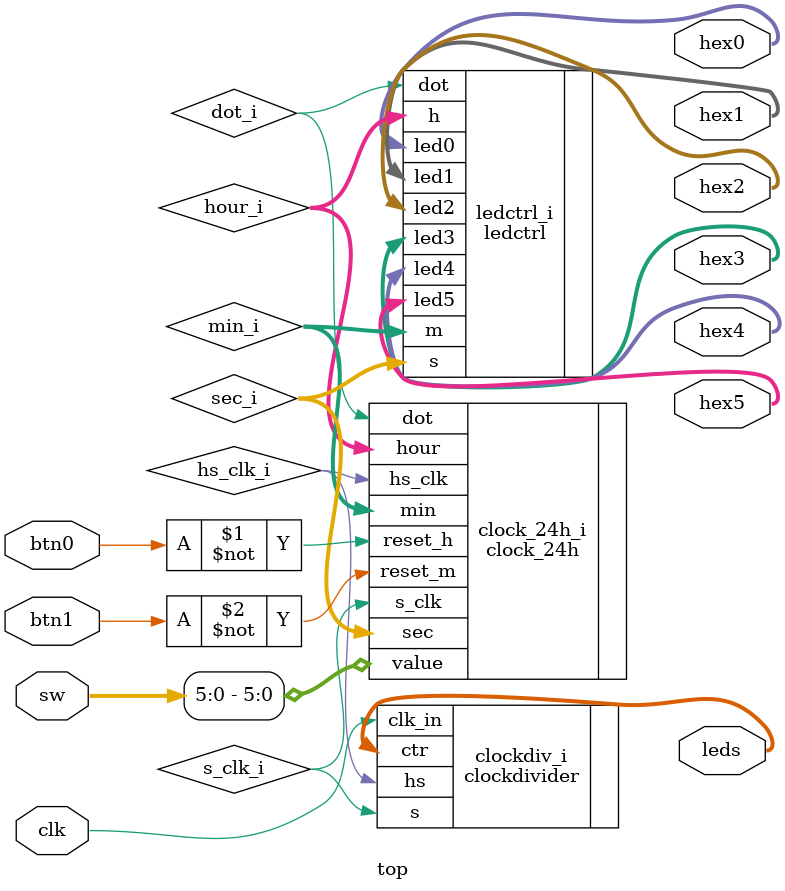
<source format=sv>

module top(
   input clk,
	input btn0,
	input btn1,
	input bit[9:0] sw,
	output bit[7:0] hex0,
	output bit[7:0] hex1,
	output bit[7:0] hex2,
	output bit[7:0] hex3,
	output bit[7:0] hex4,
	output bit[7:0] hex5,
	output bit[9:0] leds
	);
	

	
	wire s_clk_i;
	wire hs_clk_i;
   clockdivider clockdiv_i(
		.clk_in(clk), 
		.s(s_clk_i), 
		.hs(hs_clk_i),
		.ctr(leds)
		);

		
	wire [5:0] sec_i;
	wire [5:0] min_i;
	wire [4:0] hour_i;
	wire dot_i;
	clock_24h clock_24h_i(
		.s_clk(s_clk_i),
		.hs_clk(hs_clk_i),
		.reset_h(~btn0),
		.reset_m(~btn1),
      .value(sw[5:0]),
		.sec(sec_i), 
		.min(min_i), 
		.hour(hour_i),
		.dot(dot_i)
		);
	
	
	ledctrl ledctrl_i(
		.s(sec_i), 
		.m(min_i),
		.h(hour_i),
		.dot(dot_i),
		.led0(hex0), 
		.led1(hex1), 
		.led2(hex2), 
		.led3(hex3), 
		.led4(hex4), 
		.led5(hex5)
		);
  
endmodule

</source>
